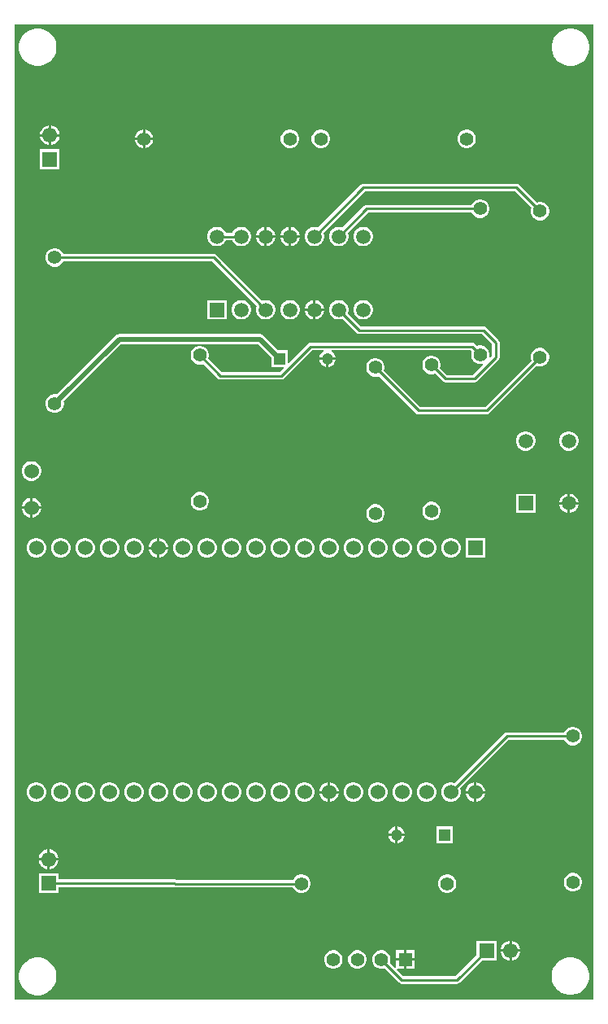
<source format=gbr>
G04*
G04 #@! TF.GenerationSoftware,Altium Limited,Altium Designer,24.1.2 (44)*
G04*
G04 Layer_Physical_Order=2*
G04 Layer_Color=16711680*
%FSLAX44Y44*%
%MOMM*%
G71*
G04*
G04 #@! TF.SameCoordinates,DC8CE985-C91A-4BCA-97F7-030060148ACE*
G04*
G04*
G04 #@! TF.FilePolarity,Positive*
G04*
G01*
G75*
%ADD14C,0.2540*%
%ADD15R,1.4000X1.4000*%
%ADD16C,1.4000*%
%ADD20C,1.5500*%
%ADD21R,1.5500X1.5500*%
%ADD22R,1.5500X1.5500*%
%ADD26C,1.2000*%
%ADD27R,1.2000X1.2000*%
%ADD28C,0.5080*%
%ADD29R,1.5300X1.5300*%
%ADD30C,1.5300*%
%ADD31C,1.4080*%
%ADD32R,1.5000X1.5000*%
%ADD33C,1.5000*%
%ADD34C,1.5240*%
G36*
X929640Y255270D02*
X326390D01*
Y1270000D01*
X929640D01*
Y255270D01*
D02*
G37*
%LPC*%
G36*
X907434Y1265410D02*
X903586D01*
X899810Y1264659D01*
X896254Y1263186D01*
X893054Y1261048D01*
X890332Y1258326D01*
X888194Y1255126D01*
X886721Y1251570D01*
X885970Y1247794D01*
Y1243945D01*
X886721Y1240170D01*
X888194Y1236614D01*
X890332Y1233414D01*
X893054Y1230692D01*
X896254Y1228554D01*
X899810Y1227081D01*
X903586Y1226330D01*
X907434D01*
X911210Y1227081D01*
X914766Y1228554D01*
X917966Y1230692D01*
X920688Y1233414D01*
X922826Y1236614D01*
X924299Y1240170D01*
X925050Y1243945D01*
Y1247794D01*
X924299Y1251570D01*
X922826Y1255126D01*
X920688Y1258326D01*
X917966Y1261048D01*
X914766Y1263186D01*
X911210Y1264659D01*
X907434Y1265410D01*
D02*
G37*
G36*
X352444D02*
X348596D01*
X344820Y1264659D01*
X341264Y1263186D01*
X338064Y1261048D01*
X335342Y1258326D01*
X333204Y1255126D01*
X331731Y1251570D01*
X330980Y1247794D01*
Y1243945D01*
X331731Y1240170D01*
X333204Y1236614D01*
X335342Y1233414D01*
X338064Y1230692D01*
X341264Y1228554D01*
X344820Y1227081D01*
X348596Y1226330D01*
X352444D01*
X356220Y1227081D01*
X359776Y1228554D01*
X362976Y1230692D01*
X365698Y1233414D01*
X367836Y1236614D01*
X369309Y1240170D01*
X370060Y1243945D01*
Y1247794D01*
X369309Y1251570D01*
X367836Y1255126D01*
X365698Y1258326D01*
X362976Y1261048D01*
X359776Y1263186D01*
X356220Y1264659D01*
X352444Y1265410D01*
D02*
G37*
G36*
X364575Y1164720D02*
X364490D01*
Y1155700D01*
X373510D01*
Y1155785D01*
X372809Y1158402D01*
X371454Y1160748D01*
X369538Y1162664D01*
X367192Y1164019D01*
X364575Y1164720D01*
D02*
G37*
G36*
X361950D02*
X361865D01*
X359248Y1164019D01*
X356902Y1162664D01*
X354986Y1160748D01*
X353631Y1158402D01*
X352930Y1155785D01*
Y1155700D01*
X361950D01*
Y1164720D01*
D02*
G37*
G36*
X462480Y1160198D02*
Y1151890D01*
X470788D01*
X470137Y1154318D01*
X468876Y1156502D01*
X467092Y1158286D01*
X464908Y1159547D01*
X462480Y1160198D01*
D02*
G37*
G36*
X459940D02*
X457512Y1159547D01*
X455328Y1158286D01*
X453544Y1156502D01*
X452283Y1154318D01*
X451632Y1151890D01*
X459940D01*
Y1160198D01*
D02*
G37*
G36*
X373510Y1153160D02*
X364490D01*
Y1144140D01*
X364575D01*
X367192Y1144841D01*
X369538Y1146196D01*
X371454Y1148112D01*
X372809Y1150458D01*
X373510Y1153075D01*
Y1153160D01*
D02*
G37*
G36*
X361950D02*
X352930D01*
Y1153075D01*
X353631Y1150458D01*
X354986Y1148112D01*
X356902Y1146196D01*
X359248Y1144841D01*
X361865Y1144140D01*
X361950D01*
Y1153160D01*
D02*
G37*
G36*
X470788Y1149350D02*
X462480D01*
Y1141042D01*
X464908Y1141693D01*
X467092Y1142954D01*
X468876Y1144738D01*
X470137Y1146922D01*
X470788Y1149350D01*
D02*
G37*
G36*
X459940D02*
X451632D01*
X452283Y1146922D01*
X453544Y1144738D01*
X455328Y1142954D01*
X457512Y1141693D01*
X459940Y1141042D01*
Y1149350D01*
D02*
G37*
G36*
X798621Y1160200D02*
X796099D01*
X793662Y1159547D01*
X791478Y1158286D01*
X789694Y1156502D01*
X788433Y1154318D01*
X787780Y1151881D01*
Y1149359D01*
X788433Y1146922D01*
X789694Y1144738D01*
X791478Y1142954D01*
X793662Y1141693D01*
X796099Y1141040D01*
X798621D01*
X801058Y1141693D01*
X803242Y1142954D01*
X805026Y1144738D01*
X806287Y1146922D01*
X806940Y1149359D01*
Y1151881D01*
X806287Y1154318D01*
X805026Y1156502D01*
X803242Y1158286D01*
X801058Y1159547D01*
X798621Y1160200D01*
D02*
G37*
G36*
X646621D02*
X644099D01*
X641662Y1159547D01*
X639478Y1158286D01*
X637694Y1156502D01*
X636433Y1154318D01*
X635780Y1151881D01*
Y1149359D01*
X636433Y1146922D01*
X637694Y1144738D01*
X639478Y1142954D01*
X641662Y1141693D01*
X644099Y1141040D01*
X646621D01*
X649058Y1141693D01*
X651242Y1142954D01*
X653026Y1144738D01*
X654287Y1146922D01*
X654940Y1149359D01*
Y1151881D01*
X654287Y1154318D01*
X653026Y1156502D01*
X651242Y1158286D01*
X649058Y1159547D01*
X646621Y1160200D01*
D02*
G37*
G36*
X614471D02*
X611949D01*
X609512Y1159547D01*
X607328Y1158286D01*
X605544Y1156502D01*
X604283Y1154318D01*
X603630Y1151881D01*
Y1149359D01*
X604283Y1146922D01*
X605544Y1144738D01*
X607328Y1142954D01*
X609512Y1141693D01*
X611949Y1141040D01*
X614471D01*
X616908Y1141693D01*
X619092Y1142954D01*
X620876Y1144738D01*
X622137Y1146922D01*
X622790Y1149359D01*
Y1151881D01*
X622137Y1154318D01*
X620876Y1156502D01*
X619092Y1158286D01*
X616908Y1159547D01*
X614471Y1160200D01*
D02*
G37*
G36*
X373510Y1139720D02*
X352930D01*
Y1119140D01*
X373510D01*
Y1139720D01*
D02*
G37*
G36*
X812791Y1087610D02*
X810269D01*
X807832Y1086957D01*
X805648Y1085696D01*
X803864Y1083912D01*
X802711Y1081915D01*
X693220D01*
X691733Y1081619D01*
X690473Y1080777D01*
X668075Y1058379D01*
X665532Y1059060D01*
X662888D01*
X660335Y1058376D01*
X658045Y1057054D01*
X656176Y1055185D01*
X654854Y1052895D01*
X654170Y1050342D01*
Y1047698D01*
X654854Y1045145D01*
X656176Y1042855D01*
X658045Y1040986D01*
X660335Y1039664D01*
X662888Y1038980D01*
X665532D01*
X668085Y1039664D01*
X670375Y1040986D01*
X672244Y1042855D01*
X673566Y1045145D01*
X674250Y1047698D01*
Y1050342D01*
X673569Y1052885D01*
X694829Y1074145D01*
X802711D01*
X803864Y1072148D01*
X805648Y1070364D01*
X807832Y1069103D01*
X810269Y1068450D01*
X812791D01*
X815228Y1069103D01*
X817412Y1070364D01*
X819196Y1072148D01*
X820457Y1074332D01*
X821110Y1076769D01*
Y1079291D01*
X820457Y1081728D01*
X819196Y1083912D01*
X817412Y1085696D01*
X815228Y1086957D01*
X812791Y1087610D01*
D02*
G37*
G36*
X849176Y1103959D02*
X689864D01*
X688377Y1103663D01*
X687117Y1102821D01*
X642675Y1058379D01*
X640132Y1059060D01*
X637488D01*
X634935Y1058376D01*
X632645Y1057054D01*
X630776Y1055185D01*
X629454Y1052895D01*
X628770Y1050342D01*
Y1047698D01*
X629454Y1045145D01*
X630776Y1042855D01*
X632645Y1040986D01*
X634935Y1039664D01*
X637488Y1038980D01*
X640132D01*
X642685Y1039664D01*
X644975Y1040986D01*
X646844Y1042855D01*
X648166Y1045145D01*
X648850Y1047698D01*
Y1050342D01*
X648169Y1052885D01*
X691473Y1096189D01*
X847567D01*
X864777Y1078979D01*
X864180Y1076751D01*
Y1074229D01*
X864833Y1071792D01*
X866094Y1069608D01*
X867878Y1067824D01*
X870062Y1066563D01*
X872499Y1065910D01*
X875021D01*
X877458Y1066563D01*
X879642Y1067824D01*
X881426Y1069608D01*
X882687Y1071792D01*
X883340Y1074229D01*
Y1076751D01*
X882687Y1079188D01*
X881426Y1081372D01*
X879642Y1083156D01*
X877458Y1084417D01*
X875021Y1085070D01*
X872499D01*
X870271Y1084473D01*
X851923Y1102821D01*
X850662Y1103663D01*
X849176Y1103959D01*
D02*
G37*
G36*
X563932Y1059060D02*
X561288D01*
X558735Y1058376D01*
X556445Y1057054D01*
X554576Y1055185D01*
X553260Y1052905D01*
X546560D01*
X545244Y1055185D01*
X543375Y1057054D01*
X541085Y1058376D01*
X538532Y1059060D01*
X535888D01*
X533335Y1058376D01*
X531045Y1057054D01*
X529176Y1055185D01*
X527854Y1052895D01*
X527170Y1050342D01*
Y1047698D01*
X527854Y1045145D01*
X529176Y1042855D01*
X531045Y1040986D01*
X533335Y1039664D01*
X535888Y1038980D01*
X538532D01*
X541085Y1039664D01*
X543375Y1040986D01*
X545244Y1042855D01*
X546560Y1045135D01*
X553260D01*
X554576Y1042855D01*
X556445Y1040986D01*
X558735Y1039664D01*
X561288Y1038980D01*
X563932D01*
X566485Y1039664D01*
X568775Y1040986D01*
X570644Y1042855D01*
X571966Y1045145D01*
X572650Y1047698D01*
Y1050342D01*
X571966Y1052895D01*
X570644Y1055185D01*
X568775Y1057054D01*
X566485Y1058376D01*
X563932Y1059060D01*
D02*
G37*
G36*
X614732D02*
X614680D01*
Y1050290D01*
X623450D01*
Y1050342D01*
X622766Y1052895D01*
X621444Y1055185D01*
X619575Y1057054D01*
X617285Y1058376D01*
X614732Y1059060D01*
D02*
G37*
G36*
X589332D02*
X589280D01*
Y1050290D01*
X598050D01*
Y1050342D01*
X597366Y1052895D01*
X596044Y1055185D01*
X594175Y1057054D01*
X591885Y1058376D01*
X589332Y1059060D01*
D02*
G37*
G36*
X612140D02*
X612088D01*
X609535Y1058376D01*
X607245Y1057054D01*
X605376Y1055185D01*
X604054Y1052895D01*
X603370Y1050342D01*
Y1050290D01*
X612140D01*
Y1059060D01*
D02*
G37*
G36*
X586740D02*
X586688D01*
X584135Y1058376D01*
X581845Y1057054D01*
X579976Y1055185D01*
X578654Y1052895D01*
X577970Y1050342D01*
Y1050290D01*
X586740D01*
Y1059060D01*
D02*
G37*
G36*
X690932D02*
X688288D01*
X685735Y1058376D01*
X683445Y1057054D01*
X681576Y1055185D01*
X680254Y1052895D01*
X679570Y1050342D01*
Y1047698D01*
X680254Y1045145D01*
X681576Y1042855D01*
X683445Y1040986D01*
X685735Y1039664D01*
X688288Y1038980D01*
X690932D01*
X693485Y1039664D01*
X695775Y1040986D01*
X697644Y1042855D01*
X698966Y1045145D01*
X699650Y1047698D01*
Y1050342D01*
X698966Y1052895D01*
X697644Y1055185D01*
X695775Y1057054D01*
X693485Y1058376D01*
X690932Y1059060D01*
D02*
G37*
G36*
X623450Y1047750D02*
X614680D01*
Y1038980D01*
X614732D01*
X617285Y1039664D01*
X619575Y1040986D01*
X621444Y1042855D01*
X622766Y1045145D01*
X623450Y1047698D01*
Y1047750D01*
D02*
G37*
G36*
X612140D02*
X603370D01*
Y1047698D01*
X604054Y1045145D01*
X605376Y1042855D01*
X607245Y1040986D01*
X609535Y1039664D01*
X612088Y1038980D01*
X612140D01*
Y1047750D01*
D02*
G37*
G36*
X598050D02*
X589280D01*
Y1038980D01*
X589332D01*
X591885Y1039664D01*
X594175Y1040986D01*
X596044Y1042855D01*
X597366Y1045145D01*
X598050Y1047698D01*
Y1047750D01*
D02*
G37*
G36*
X586740D02*
X577970D01*
Y1047698D01*
X578654Y1045145D01*
X579976Y1042855D01*
X581845Y1040986D01*
X584135Y1039664D01*
X586688Y1038980D01*
X586740D01*
Y1047750D01*
D02*
G37*
G36*
X640132Y982860D02*
X640080D01*
Y974090D01*
X648850D01*
Y974142D01*
X648166Y976695D01*
X646844Y978985D01*
X644975Y980854D01*
X642685Y982176D01*
X640132Y982860D01*
D02*
G37*
G36*
X637540D02*
X637488D01*
X634935Y982176D01*
X632645Y980854D01*
X630776Y978985D01*
X629454Y976695D01*
X628770Y974142D01*
Y974090D01*
X637540D01*
Y982860D01*
D02*
G37*
G36*
X690932D02*
X688288D01*
X685735Y982176D01*
X683445Y980854D01*
X681576Y978985D01*
X680254Y976695D01*
X679570Y974142D01*
Y971498D01*
X680254Y968945D01*
X681576Y966655D01*
X683445Y964786D01*
X685735Y963464D01*
X688288Y962780D01*
X690932D01*
X693485Y963464D01*
X695775Y964786D01*
X697644Y966655D01*
X698966Y968945D01*
X699650Y971498D01*
Y974142D01*
X698966Y976695D01*
X697644Y978985D01*
X695775Y980854D01*
X693485Y982176D01*
X690932Y982860D01*
D02*
G37*
G36*
X648850Y971550D02*
X640080D01*
Y962780D01*
X640132D01*
X642685Y963464D01*
X644975Y964786D01*
X646844Y966655D01*
X648166Y968945D01*
X648850Y971498D01*
Y971550D01*
D02*
G37*
G36*
X637540D02*
X628770D01*
Y971498D01*
X629454Y968945D01*
X630776Y966655D01*
X632645Y964786D01*
X634935Y963464D01*
X637488Y962780D01*
X637540D01*
Y971550D01*
D02*
G37*
G36*
X614732Y982860D02*
X612088D01*
X609535Y982176D01*
X607245Y980854D01*
X605376Y978985D01*
X604054Y976695D01*
X603370Y974142D01*
Y971498D01*
X604054Y968945D01*
X605376Y966655D01*
X607245Y964786D01*
X609535Y963464D01*
X612088Y962780D01*
X614732D01*
X617285Y963464D01*
X619575Y964786D01*
X621444Y966655D01*
X622766Y968945D01*
X623450Y971498D01*
Y974142D01*
X622766Y976695D01*
X621444Y978985D01*
X619575Y980854D01*
X617285Y982176D01*
X614732Y982860D01*
D02*
G37*
G36*
X369561Y1036810D02*
X367039D01*
X364602Y1036157D01*
X362418Y1034896D01*
X360634Y1033112D01*
X359373Y1030928D01*
X358720Y1028491D01*
Y1025969D01*
X359373Y1023532D01*
X360634Y1021348D01*
X362418Y1019564D01*
X364602Y1018303D01*
X367039Y1017650D01*
X369561D01*
X371998Y1018303D01*
X374182Y1019564D01*
X375966Y1021348D01*
X377119Y1023345D01*
X531991D01*
X578651Y976685D01*
X577970Y974142D01*
Y971498D01*
X578654Y968945D01*
X579976Y966655D01*
X581845Y964786D01*
X584135Y963464D01*
X586688Y962780D01*
X589332D01*
X591885Y963464D01*
X594175Y964786D01*
X596044Y966655D01*
X597366Y968945D01*
X598050Y971498D01*
Y974142D01*
X597366Y976695D01*
X596044Y978985D01*
X594175Y980854D01*
X591885Y982176D01*
X589332Y982860D01*
X586688D01*
X584145Y982179D01*
X536347Y1029977D01*
X535087Y1030819D01*
X533600Y1031115D01*
X377119D01*
X375966Y1033112D01*
X374182Y1034896D01*
X371998Y1036157D01*
X369561Y1036810D01*
D02*
G37*
G36*
X563932Y982860D02*
X561288D01*
X558735Y982176D01*
X556445Y980854D01*
X554576Y978985D01*
X553254Y976695D01*
X552570Y974142D01*
Y971498D01*
X553254Y968945D01*
X554576Y966655D01*
X556445Y964786D01*
X558735Y963464D01*
X561288Y962780D01*
X563932D01*
X566485Y963464D01*
X568775Y964786D01*
X570644Y966655D01*
X571966Y968945D01*
X572650Y971498D01*
Y974142D01*
X571966Y976695D01*
X570644Y978985D01*
X568775Y980854D01*
X566485Y982176D01*
X563932Y982860D01*
D02*
G37*
G36*
X547250D02*
X527170D01*
Y962780D01*
X547250D01*
Y982860D01*
D02*
G37*
G36*
X665532D02*
X662888D01*
X660335Y982176D01*
X658045Y980854D01*
X656176Y978985D01*
X654854Y976695D01*
X654170Y974142D01*
Y971498D01*
X654854Y968945D01*
X656176Y966655D01*
X658045Y964786D01*
X660335Y963464D01*
X662888Y962780D01*
X665532D01*
X668075Y963461D01*
X682799Y948737D01*
X684059Y947895D01*
X685546Y947599D01*
X813223D01*
X823901Y936921D01*
Y924899D01*
X821932Y922930D01*
X820793Y923587D01*
X821110Y924769D01*
Y927291D01*
X820457Y929728D01*
X819196Y931912D01*
X817412Y933696D01*
X815228Y934957D01*
X812791Y935610D01*
X810269D01*
X808041Y935013D01*
X805587Y937467D01*
X804327Y938309D01*
X802840Y938605D01*
X635000D01*
X633513Y938309D01*
X632253Y937467D01*
X612093Y917307D01*
X610920Y917793D01*
Y930560D01*
X601165D01*
X585722Y946003D01*
X584042Y947125D01*
X582060Y947520D01*
X435410D01*
X433428Y947125D01*
X431747Y946003D01*
X370345Y884600D01*
X369561Y884810D01*
X367039D01*
X364602Y884157D01*
X362418Y882896D01*
X360634Y881112D01*
X359373Y878928D01*
X358720Y876491D01*
Y873969D01*
X359373Y871532D01*
X360634Y869348D01*
X362418Y867564D01*
X364602Y866303D01*
X367039Y865650D01*
X369561D01*
X371998Y866303D01*
X374182Y867564D01*
X375966Y869348D01*
X377227Y871532D01*
X377880Y873969D01*
Y876491D01*
X377670Y877275D01*
X437555Y937160D01*
X579914D01*
X593840Y923235D01*
Y913480D01*
X606607D01*
X607093Y912307D01*
X602911Y908125D01*
X542429D01*
X528413Y922141D01*
X529010Y924369D01*
Y926891D01*
X528357Y929328D01*
X527096Y931512D01*
X525312Y933296D01*
X523128Y934557D01*
X520691Y935210D01*
X518169D01*
X515732Y934557D01*
X513548Y933296D01*
X511764Y931512D01*
X510503Y929328D01*
X509850Y926891D01*
Y924369D01*
X510503Y921932D01*
X511764Y919748D01*
X513548Y917964D01*
X515732Y916703D01*
X518169Y916050D01*
X520691D01*
X522919Y916647D01*
X538073Y901493D01*
X539333Y900651D01*
X540820Y900355D01*
X604520D01*
X606007Y900651D01*
X607267Y901493D01*
X636609Y930835D01*
X648029D01*
X648369Y929565D01*
X647137Y928854D01*
X645546Y927264D01*
X644422Y925316D01*
X643879Y923290D01*
X660881D01*
X660338Y925316D01*
X659214Y927264D01*
X657624Y928854D01*
X656391Y929565D01*
X656732Y930835D01*
X801231D01*
X802547Y929519D01*
X801950Y927291D01*
Y924769D01*
X802603Y922332D01*
X803864Y920148D01*
X805648Y918364D01*
X807832Y917103D01*
X810269Y916450D01*
X812791D01*
X813973Y916767D01*
X814631Y915628D01*
X804002Y904999D01*
X776694D01*
X769713Y911981D01*
X770310Y914209D01*
Y916731D01*
X769657Y919168D01*
X768396Y921352D01*
X766612Y923136D01*
X764428Y924397D01*
X761991Y925050D01*
X759469D01*
X757032Y924397D01*
X754848Y923136D01*
X753064Y921352D01*
X751803Y919168D01*
X751150Y916731D01*
Y914209D01*
X751803Y911772D01*
X753064Y909588D01*
X754848Y907804D01*
X757032Y906543D01*
X759469Y905890D01*
X761991D01*
X764219Y906487D01*
X772338Y898368D01*
X773598Y897526D01*
X775085Y897230D01*
X805611D01*
X807097Y897526D01*
X808358Y898368D01*
X830533Y920543D01*
X831375Y921803D01*
X831671Y923290D01*
Y938530D01*
X831375Y940017D01*
X830533Y941277D01*
X817579Y954231D01*
X816319Y955073D01*
X814832Y955369D01*
X687155D01*
X673569Y968955D01*
X674250Y971498D01*
Y974142D01*
X673566Y976695D01*
X672244Y978985D01*
X670375Y980854D01*
X668085Y982176D01*
X665532Y982860D01*
D02*
G37*
G36*
X660881Y920750D02*
X653650D01*
Y913519D01*
X655676Y914062D01*
X657624Y915186D01*
X659214Y916776D01*
X660338Y918724D01*
X660881Y920750D01*
D02*
G37*
G36*
X651110D02*
X643879D01*
X644422Y918724D01*
X645546Y916776D01*
X647137Y915186D01*
X649084Y914062D01*
X651110Y913519D01*
Y920750D01*
D02*
G37*
G36*
X875021Y933070D02*
X872499D01*
X870062Y932417D01*
X867878Y931156D01*
X866094Y929372D01*
X864833Y927188D01*
X864180Y924751D01*
Y922229D01*
X864777Y920001D01*
X816579Y871803D01*
X748931D01*
X711293Y909441D01*
X711890Y911669D01*
Y914191D01*
X711237Y916628D01*
X709976Y918812D01*
X708192Y920596D01*
X706008Y921857D01*
X703571Y922510D01*
X701049D01*
X698612Y921857D01*
X696428Y920596D01*
X694644Y918812D01*
X693383Y916628D01*
X692730Y914191D01*
Y911669D01*
X693383Y909232D01*
X694644Y907048D01*
X696428Y905264D01*
X698612Y904003D01*
X701049Y903350D01*
X703571D01*
X705799Y903947D01*
X744575Y865171D01*
X745835Y864329D01*
X747322Y864033D01*
X818188D01*
X819674Y864329D01*
X820935Y865171D01*
X870271Y914507D01*
X872499Y913910D01*
X875021D01*
X877458Y914563D01*
X879642Y915824D01*
X881426Y917608D01*
X882687Y919792D01*
X883340Y922229D01*
Y924751D01*
X882687Y927188D01*
X881426Y929372D01*
X879642Y931156D01*
X877458Y932417D01*
X875021Y933070D01*
D02*
G37*
G36*
X905202Y846450D02*
X902558D01*
X900005Y845766D01*
X897715Y844444D01*
X895846Y842574D01*
X894524Y840285D01*
X893840Y837732D01*
Y835088D01*
X894524Y832534D01*
X895846Y830245D01*
X897715Y828376D01*
X900005Y827054D01*
X902558Y826370D01*
X905202D01*
X907755Y827054D01*
X910044Y828376D01*
X911914Y830245D01*
X913236Y832534D01*
X913920Y835088D01*
Y837732D01*
X913236Y840285D01*
X911914Y842574D01*
X910044Y844444D01*
X907755Y845766D01*
X905202Y846450D01*
D02*
G37*
G36*
X860202D02*
X857558D01*
X855005Y845766D01*
X852716Y844444D01*
X850846Y842574D01*
X849524Y840285D01*
X848840Y837732D01*
Y835088D01*
X849524Y832534D01*
X850846Y830245D01*
X852716Y828376D01*
X855005Y827054D01*
X857558Y826370D01*
X860202D01*
X862756Y827054D01*
X865045Y828376D01*
X866914Y830245D01*
X868236Y832534D01*
X868920Y835088D01*
Y837732D01*
X868236Y840285D01*
X866914Y842574D01*
X865045Y844444D01*
X862756Y845766D01*
X860202Y846450D01*
D02*
G37*
G36*
X345508Y815340D02*
X342832D01*
X340248Y814648D01*
X337932Y813310D01*
X336040Y811418D01*
X334702Y809102D01*
X334010Y806518D01*
Y803842D01*
X334702Y801258D01*
X336040Y798942D01*
X337932Y797050D01*
X340248Y795712D01*
X342832Y795020D01*
X345508D01*
X348092Y795712D01*
X350408Y797050D01*
X352300Y798942D01*
X353638Y801258D01*
X354330Y803842D01*
Y806518D01*
X353638Y809102D01*
X352300Y811418D01*
X350408Y813310D01*
X348092Y814648D01*
X345508Y815340D01*
D02*
G37*
G36*
X905202Y781450D02*
X905150D01*
Y772680D01*
X913920D01*
Y772732D01*
X913236Y775285D01*
X911914Y777575D01*
X910044Y779444D01*
X907755Y780766D01*
X905202Y781450D01*
D02*
G37*
G36*
X902610D02*
X902558D01*
X900005Y780766D01*
X897715Y779444D01*
X895846Y777575D01*
X894524Y775285D01*
X893840Y772732D01*
Y772680D01*
X902610D01*
Y781450D01*
D02*
G37*
G36*
X345508Y777240D02*
X345440D01*
Y768350D01*
X354330D01*
Y768418D01*
X353638Y771002D01*
X352300Y773318D01*
X350408Y775210D01*
X348092Y776548D01*
X345508Y777240D01*
D02*
G37*
G36*
X342900D02*
X342832D01*
X340248Y776548D01*
X337932Y775210D01*
X336040Y773318D01*
X334702Y771002D01*
X334010Y768418D01*
Y768350D01*
X342900D01*
Y777240D01*
D02*
G37*
G36*
X520691Y783210D02*
X518169D01*
X515732Y782557D01*
X513548Y781296D01*
X511764Y779512D01*
X510503Y777328D01*
X509850Y774891D01*
Y772369D01*
X510503Y769932D01*
X511764Y767748D01*
X513548Y765964D01*
X515732Y764703D01*
X518169Y764050D01*
X520691D01*
X523128Y764703D01*
X525312Y765964D01*
X527096Y767748D01*
X528357Y769932D01*
X529010Y772369D01*
Y774891D01*
X528357Y777328D01*
X527096Y779512D01*
X525312Y781296D01*
X523128Y782557D01*
X520691Y783210D01*
D02*
G37*
G36*
X913920Y770140D02*
X905150D01*
Y761370D01*
X905202D01*
X907755Y762054D01*
X910044Y763376D01*
X911914Y765246D01*
X913236Y767535D01*
X913920Y770088D01*
Y770140D01*
D02*
G37*
G36*
X902610D02*
X893840D01*
Y770088D01*
X894524Y767535D01*
X895846Y765246D01*
X897715Y763376D01*
X900005Y762054D01*
X902558Y761370D01*
X902610D01*
Y770140D01*
D02*
G37*
G36*
X868920Y781450D02*
X848840D01*
Y761370D01*
X868920D01*
Y781450D01*
D02*
G37*
G36*
X354330Y765810D02*
X345440D01*
Y756920D01*
X345508D01*
X348092Y757612D01*
X350408Y758950D01*
X352300Y760842D01*
X353638Y763158D01*
X354330Y765742D01*
Y765810D01*
D02*
G37*
G36*
X342900D02*
X334010D01*
Y765742D01*
X334702Y763158D01*
X336040Y760842D01*
X337932Y758950D01*
X340248Y757612D01*
X342832Y756920D01*
X342900D01*
Y765810D01*
D02*
G37*
G36*
X761991Y773050D02*
X759469D01*
X757032Y772397D01*
X754848Y771136D01*
X753064Y769352D01*
X751803Y767168D01*
X751150Y764731D01*
Y762209D01*
X751803Y759772D01*
X753064Y757588D01*
X754848Y755804D01*
X757032Y754543D01*
X759469Y753890D01*
X761991D01*
X764428Y754543D01*
X766612Y755804D01*
X768396Y757588D01*
X769657Y759772D01*
X770310Y762209D01*
Y764731D01*
X769657Y767168D01*
X768396Y769352D01*
X766612Y771136D01*
X764428Y772397D01*
X761991Y773050D01*
D02*
G37*
G36*
X703571Y770510D02*
X701049D01*
X698612Y769857D01*
X696428Y768596D01*
X694644Y766812D01*
X693383Y764628D01*
X692730Y762191D01*
Y759669D01*
X693383Y757232D01*
X694644Y755048D01*
X696428Y753264D01*
X698612Y752003D01*
X701049Y751350D01*
X703571D01*
X706008Y752003D01*
X708192Y753264D01*
X709976Y755048D01*
X711237Y757232D01*
X711890Y759669D01*
Y762191D01*
X711237Y764628D01*
X709976Y766812D01*
X708192Y768596D01*
X706008Y769857D01*
X703571Y770510D01*
D02*
G37*
G36*
X477592Y735360D02*
X477520D01*
Y726440D01*
X486440D01*
Y726512D01*
X485746Y729103D01*
X484404Y731427D01*
X482507Y733324D01*
X480183Y734666D01*
X477592Y735360D01*
D02*
G37*
G36*
X474980D02*
X474908D01*
X472317Y734666D01*
X469993Y733324D01*
X468096Y731427D01*
X466754Y729103D01*
X466060Y726512D01*
Y726440D01*
X474980D01*
Y735360D01*
D02*
G37*
G36*
X816640D02*
X796260D01*
Y714980D01*
X816640D01*
Y735360D01*
D02*
G37*
G36*
X782392D02*
X779708D01*
X777117Y734666D01*
X774793Y733324D01*
X772896Y731427D01*
X771554Y729103D01*
X770860Y726512D01*
Y723828D01*
X771554Y721237D01*
X772896Y718913D01*
X774793Y717016D01*
X777117Y715674D01*
X779708Y714980D01*
X782392D01*
X784983Y715674D01*
X787307Y717016D01*
X789204Y718913D01*
X790546Y721237D01*
X791240Y723828D01*
Y726512D01*
X790546Y729103D01*
X789204Y731427D01*
X787307Y733324D01*
X784983Y734666D01*
X782392Y735360D01*
D02*
G37*
G36*
X756992D02*
X754308D01*
X751717Y734666D01*
X749393Y733324D01*
X747496Y731427D01*
X746154Y729103D01*
X745460Y726512D01*
Y723828D01*
X746154Y721237D01*
X747496Y718913D01*
X749393Y717016D01*
X751717Y715674D01*
X754308Y714980D01*
X756992D01*
X759583Y715674D01*
X761907Y717016D01*
X763804Y718913D01*
X765146Y721237D01*
X765840Y723828D01*
Y726512D01*
X765146Y729103D01*
X763804Y731427D01*
X761907Y733324D01*
X759583Y734666D01*
X756992Y735360D01*
D02*
G37*
G36*
X731592D02*
X728908D01*
X726317Y734666D01*
X723993Y733324D01*
X722096Y731427D01*
X720754Y729103D01*
X720060Y726512D01*
Y723828D01*
X720754Y721237D01*
X722096Y718913D01*
X723993Y717016D01*
X726317Y715674D01*
X728908Y714980D01*
X731592D01*
X734183Y715674D01*
X736507Y717016D01*
X738404Y718913D01*
X739746Y721237D01*
X740440Y723828D01*
Y726512D01*
X739746Y729103D01*
X738404Y731427D01*
X736507Y733324D01*
X734183Y734666D01*
X731592Y735360D01*
D02*
G37*
G36*
X706192D02*
X703508D01*
X700917Y734666D01*
X698593Y733324D01*
X696696Y731427D01*
X695354Y729103D01*
X694660Y726512D01*
Y723828D01*
X695354Y721237D01*
X696696Y718913D01*
X698593Y717016D01*
X700917Y715674D01*
X703508Y714980D01*
X706192D01*
X708783Y715674D01*
X711107Y717016D01*
X713004Y718913D01*
X714346Y721237D01*
X715040Y723828D01*
Y726512D01*
X714346Y729103D01*
X713004Y731427D01*
X711107Y733324D01*
X708783Y734666D01*
X706192Y735360D01*
D02*
G37*
G36*
X680792D02*
X678108D01*
X675517Y734666D01*
X673193Y733324D01*
X671296Y731427D01*
X669954Y729103D01*
X669260Y726512D01*
Y723828D01*
X669954Y721237D01*
X671296Y718913D01*
X673193Y717016D01*
X675517Y715674D01*
X678108Y714980D01*
X680792D01*
X683383Y715674D01*
X685707Y717016D01*
X687604Y718913D01*
X688946Y721237D01*
X689640Y723828D01*
Y726512D01*
X688946Y729103D01*
X687604Y731427D01*
X685707Y733324D01*
X683383Y734666D01*
X680792Y735360D01*
D02*
G37*
G36*
X655392D02*
X652708D01*
X650117Y734666D01*
X647793Y733324D01*
X645896Y731427D01*
X644554Y729103D01*
X643860Y726512D01*
Y723828D01*
X644554Y721237D01*
X645896Y718913D01*
X647793Y717016D01*
X650117Y715674D01*
X652708Y714980D01*
X655392D01*
X657983Y715674D01*
X660307Y717016D01*
X662204Y718913D01*
X663546Y721237D01*
X664240Y723828D01*
Y726512D01*
X663546Y729103D01*
X662204Y731427D01*
X660307Y733324D01*
X657983Y734666D01*
X655392Y735360D01*
D02*
G37*
G36*
X629992D02*
X627308D01*
X624717Y734666D01*
X622393Y733324D01*
X620496Y731427D01*
X619154Y729103D01*
X618460Y726512D01*
Y723828D01*
X619154Y721237D01*
X620496Y718913D01*
X622393Y717016D01*
X624717Y715674D01*
X627308Y714980D01*
X629992D01*
X632583Y715674D01*
X634907Y717016D01*
X636804Y718913D01*
X638146Y721237D01*
X638840Y723828D01*
Y726512D01*
X638146Y729103D01*
X636804Y731427D01*
X634907Y733324D01*
X632583Y734666D01*
X629992Y735360D01*
D02*
G37*
G36*
X604592D02*
X601908D01*
X599317Y734666D01*
X596993Y733324D01*
X595096Y731427D01*
X593754Y729103D01*
X593060Y726512D01*
Y723828D01*
X593754Y721237D01*
X595096Y718913D01*
X596993Y717016D01*
X599317Y715674D01*
X601908Y714980D01*
X604592D01*
X607183Y715674D01*
X609507Y717016D01*
X611404Y718913D01*
X612746Y721237D01*
X613440Y723828D01*
Y726512D01*
X612746Y729103D01*
X611404Y731427D01*
X609507Y733324D01*
X607183Y734666D01*
X604592Y735360D01*
D02*
G37*
G36*
X579192D02*
X576508D01*
X573917Y734666D01*
X571593Y733324D01*
X569696Y731427D01*
X568354Y729103D01*
X567660Y726512D01*
Y723828D01*
X568354Y721237D01*
X569696Y718913D01*
X571593Y717016D01*
X573917Y715674D01*
X576508Y714980D01*
X579192D01*
X581783Y715674D01*
X584107Y717016D01*
X586004Y718913D01*
X587346Y721237D01*
X588040Y723828D01*
Y726512D01*
X587346Y729103D01*
X586004Y731427D01*
X584107Y733324D01*
X581783Y734666D01*
X579192Y735360D01*
D02*
G37*
G36*
X553792D02*
X551108D01*
X548517Y734666D01*
X546193Y733324D01*
X544296Y731427D01*
X542954Y729103D01*
X542260Y726512D01*
Y723828D01*
X542954Y721237D01*
X544296Y718913D01*
X546193Y717016D01*
X548517Y715674D01*
X551108Y714980D01*
X553792D01*
X556383Y715674D01*
X558707Y717016D01*
X560604Y718913D01*
X561946Y721237D01*
X562640Y723828D01*
Y726512D01*
X561946Y729103D01*
X560604Y731427D01*
X558707Y733324D01*
X556383Y734666D01*
X553792Y735360D01*
D02*
G37*
G36*
X528392D02*
X525708D01*
X523117Y734666D01*
X520793Y733324D01*
X518896Y731427D01*
X517554Y729103D01*
X516860Y726512D01*
Y723828D01*
X517554Y721237D01*
X518896Y718913D01*
X520793Y717016D01*
X523117Y715674D01*
X525708Y714980D01*
X528392D01*
X530983Y715674D01*
X533307Y717016D01*
X535204Y718913D01*
X536546Y721237D01*
X537240Y723828D01*
Y726512D01*
X536546Y729103D01*
X535204Y731427D01*
X533307Y733324D01*
X530983Y734666D01*
X528392Y735360D01*
D02*
G37*
G36*
X502992D02*
X500308D01*
X497717Y734666D01*
X495393Y733324D01*
X493496Y731427D01*
X492154Y729103D01*
X491460Y726512D01*
Y723828D01*
X492154Y721237D01*
X493496Y718913D01*
X495393Y717016D01*
X497717Y715674D01*
X500308Y714980D01*
X502992D01*
X505583Y715674D01*
X507907Y717016D01*
X509804Y718913D01*
X511146Y721237D01*
X511840Y723828D01*
Y726512D01*
X511146Y729103D01*
X509804Y731427D01*
X507907Y733324D01*
X505583Y734666D01*
X502992Y735360D01*
D02*
G37*
G36*
X486440Y723900D02*
X477520D01*
Y714980D01*
X477592D01*
X480183Y715674D01*
X482507Y717016D01*
X484404Y718913D01*
X485746Y721237D01*
X486440Y723828D01*
Y723900D01*
D02*
G37*
G36*
X474980D02*
X466060D01*
Y723828D01*
X466754Y721237D01*
X468096Y718913D01*
X469993Y717016D01*
X472317Y715674D01*
X474908Y714980D01*
X474980D01*
Y723900D01*
D02*
G37*
G36*
X452192Y735360D02*
X449508D01*
X446917Y734666D01*
X444593Y733324D01*
X442696Y731427D01*
X441354Y729103D01*
X440660Y726512D01*
Y723828D01*
X441354Y721237D01*
X442696Y718913D01*
X444593Y717016D01*
X446917Y715674D01*
X449508Y714980D01*
X452192D01*
X454783Y715674D01*
X457107Y717016D01*
X459004Y718913D01*
X460346Y721237D01*
X461040Y723828D01*
Y726512D01*
X460346Y729103D01*
X459004Y731427D01*
X457107Y733324D01*
X454783Y734666D01*
X452192Y735360D01*
D02*
G37*
G36*
X426792D02*
X424108D01*
X421517Y734666D01*
X419193Y733324D01*
X417296Y731427D01*
X415954Y729103D01*
X415260Y726512D01*
Y723828D01*
X415954Y721237D01*
X417296Y718913D01*
X419193Y717016D01*
X421517Y715674D01*
X424108Y714980D01*
X426792D01*
X429383Y715674D01*
X431707Y717016D01*
X433604Y718913D01*
X434946Y721237D01*
X435640Y723828D01*
Y726512D01*
X434946Y729103D01*
X433604Y731427D01*
X431707Y733324D01*
X429383Y734666D01*
X426792Y735360D01*
D02*
G37*
G36*
X401392D02*
X398708D01*
X396117Y734666D01*
X393793Y733324D01*
X391896Y731427D01*
X390554Y729103D01*
X389860Y726512D01*
Y723828D01*
X390554Y721237D01*
X391896Y718913D01*
X393793Y717016D01*
X396117Y715674D01*
X398708Y714980D01*
X401392D01*
X403983Y715674D01*
X406307Y717016D01*
X408204Y718913D01*
X409546Y721237D01*
X410240Y723828D01*
Y726512D01*
X409546Y729103D01*
X408204Y731427D01*
X406307Y733324D01*
X403983Y734666D01*
X401392Y735360D01*
D02*
G37*
G36*
X375992D02*
X373308D01*
X370717Y734666D01*
X368393Y733324D01*
X366496Y731427D01*
X365154Y729103D01*
X364460Y726512D01*
Y723828D01*
X365154Y721237D01*
X366496Y718913D01*
X368393Y717016D01*
X370717Y715674D01*
X373308Y714980D01*
X375992D01*
X378583Y715674D01*
X380907Y717016D01*
X382804Y718913D01*
X384146Y721237D01*
X384840Y723828D01*
Y726512D01*
X384146Y729103D01*
X382804Y731427D01*
X380907Y733324D01*
X378583Y734666D01*
X375992Y735360D01*
D02*
G37*
G36*
X350592D02*
X347908D01*
X345317Y734666D01*
X342993Y733324D01*
X341096Y731427D01*
X339754Y729103D01*
X339060Y726512D01*
Y723828D01*
X339754Y721237D01*
X341096Y718913D01*
X342993Y717016D01*
X345317Y715674D01*
X347908Y714980D01*
X350592D01*
X353183Y715674D01*
X355507Y717016D01*
X357404Y718913D01*
X358746Y721237D01*
X359440Y723828D01*
Y726512D01*
X358746Y729103D01*
X357404Y731427D01*
X355507Y733324D01*
X353183Y734666D01*
X350592Y735360D01*
D02*
G37*
G36*
X909311Y538970D02*
X906789D01*
X904352Y538317D01*
X902168Y537056D01*
X900384Y535272D01*
X899231Y533274D01*
X839270D01*
X837783Y532979D01*
X836523Y532137D01*
X785027Y480640D01*
X784983Y480666D01*
X782392Y481360D01*
X779708D01*
X777117Y480666D01*
X774793Y479324D01*
X772896Y477427D01*
X771554Y475103D01*
X770860Y472512D01*
Y469828D01*
X771554Y467237D01*
X772896Y464913D01*
X774793Y463016D01*
X777117Y461674D01*
X779708Y460980D01*
X782392D01*
X784983Y461674D01*
X787307Y463016D01*
X789204Y464913D01*
X790546Y467237D01*
X791240Y469828D01*
Y472512D01*
X790546Y475103D01*
X790520Y475147D01*
X840879Y525505D01*
X899231D01*
X900384Y523508D01*
X902168Y521724D01*
X904352Y520463D01*
X906789Y519810D01*
X909311D01*
X911748Y520463D01*
X913932Y521724D01*
X915716Y523508D01*
X916977Y525692D01*
X917630Y528129D01*
Y530651D01*
X916977Y533088D01*
X915716Y535272D01*
X913932Y537056D01*
X911748Y538317D01*
X909311Y538970D01*
D02*
G37*
G36*
X807792Y481360D02*
X807720D01*
Y472440D01*
X816640D01*
Y472512D01*
X815946Y475103D01*
X814604Y477427D01*
X812707Y479324D01*
X810383Y480666D01*
X807792Y481360D01*
D02*
G37*
G36*
X655392D02*
X655320D01*
Y472440D01*
X664240D01*
Y472512D01*
X663546Y475103D01*
X662204Y477427D01*
X660307Y479324D01*
X657983Y480666D01*
X655392Y481360D01*
D02*
G37*
G36*
X805180D02*
X805108D01*
X802517Y480666D01*
X800193Y479324D01*
X798296Y477427D01*
X796954Y475103D01*
X796260Y472512D01*
Y472440D01*
X805180D01*
Y481360D01*
D02*
G37*
G36*
X652780D02*
X652708D01*
X650117Y480666D01*
X647793Y479324D01*
X645896Y477427D01*
X644554Y475103D01*
X643860Y472512D01*
Y472440D01*
X652780D01*
Y481360D01*
D02*
G37*
G36*
X816640Y469900D02*
X807720D01*
Y460980D01*
X807792D01*
X810383Y461674D01*
X812707Y463016D01*
X814604Y464913D01*
X815946Y467237D01*
X816640Y469828D01*
Y469900D01*
D02*
G37*
G36*
X805180D02*
X796260D01*
Y469828D01*
X796954Y467237D01*
X798296Y464913D01*
X800193Y463016D01*
X802517Y461674D01*
X805108Y460980D01*
X805180D01*
Y469900D01*
D02*
G37*
G36*
X756992Y481360D02*
X754308D01*
X751717Y480666D01*
X749393Y479324D01*
X747496Y477427D01*
X746154Y475103D01*
X745460Y472512D01*
Y469828D01*
X746154Y467237D01*
X747496Y464913D01*
X749393Y463016D01*
X751717Y461674D01*
X754308Y460980D01*
X756992D01*
X759583Y461674D01*
X761907Y463016D01*
X763804Y464913D01*
X765146Y467237D01*
X765840Y469828D01*
Y472512D01*
X765146Y475103D01*
X763804Y477427D01*
X761907Y479324D01*
X759583Y480666D01*
X756992Y481360D01*
D02*
G37*
G36*
X731592D02*
X728908D01*
X726317Y480666D01*
X723993Y479324D01*
X722096Y477427D01*
X720754Y475103D01*
X720060Y472512D01*
Y469828D01*
X720754Y467237D01*
X722096Y464913D01*
X723993Y463016D01*
X726317Y461674D01*
X728908Y460980D01*
X731592D01*
X734183Y461674D01*
X736507Y463016D01*
X738404Y464913D01*
X739746Y467237D01*
X740440Y469828D01*
Y472512D01*
X739746Y475103D01*
X738404Y477427D01*
X736507Y479324D01*
X734183Y480666D01*
X731592Y481360D01*
D02*
G37*
G36*
X706192D02*
X703508D01*
X700917Y480666D01*
X698593Y479324D01*
X696696Y477427D01*
X695354Y475103D01*
X694660Y472512D01*
Y469828D01*
X695354Y467237D01*
X696696Y464913D01*
X698593Y463016D01*
X700917Y461674D01*
X703508Y460980D01*
X706192D01*
X708783Y461674D01*
X711107Y463016D01*
X713004Y464913D01*
X714346Y467237D01*
X715040Y469828D01*
Y472512D01*
X714346Y475103D01*
X713004Y477427D01*
X711107Y479324D01*
X708783Y480666D01*
X706192Y481360D01*
D02*
G37*
G36*
X680792D02*
X678108D01*
X675517Y480666D01*
X673193Y479324D01*
X671296Y477427D01*
X669954Y475103D01*
X669260Y472512D01*
Y469828D01*
X669954Y467237D01*
X671296Y464913D01*
X673193Y463016D01*
X675517Y461674D01*
X678108Y460980D01*
X680792D01*
X683383Y461674D01*
X685707Y463016D01*
X687604Y464913D01*
X688946Y467237D01*
X689640Y469828D01*
Y472512D01*
X688946Y475103D01*
X687604Y477427D01*
X685707Y479324D01*
X683383Y480666D01*
X680792Y481360D01*
D02*
G37*
G36*
X664240Y469900D02*
X655320D01*
Y460980D01*
X655392D01*
X657983Y461674D01*
X660307Y463016D01*
X662204Y464913D01*
X663546Y467237D01*
X664240Y469828D01*
Y469900D01*
D02*
G37*
G36*
X652780D02*
X643860D01*
Y469828D01*
X644554Y467237D01*
X645896Y464913D01*
X647793Y463016D01*
X650117Y461674D01*
X652708Y460980D01*
X652780D01*
Y469900D01*
D02*
G37*
G36*
X629992Y481360D02*
X627308D01*
X624717Y480666D01*
X622393Y479324D01*
X620496Y477427D01*
X619154Y475103D01*
X618460Y472512D01*
Y469828D01*
X619154Y467237D01*
X620496Y464913D01*
X622393Y463016D01*
X624717Y461674D01*
X627308Y460980D01*
X629992D01*
X632583Y461674D01*
X634907Y463016D01*
X636804Y464913D01*
X638146Y467237D01*
X638840Y469828D01*
Y472512D01*
X638146Y475103D01*
X636804Y477427D01*
X634907Y479324D01*
X632583Y480666D01*
X629992Y481360D01*
D02*
G37*
G36*
X604592D02*
X601908D01*
X599317Y480666D01*
X596993Y479324D01*
X595096Y477427D01*
X593754Y475103D01*
X593060Y472512D01*
Y469828D01*
X593754Y467237D01*
X595096Y464913D01*
X596993Y463016D01*
X599317Y461674D01*
X601908Y460980D01*
X604592D01*
X607183Y461674D01*
X609507Y463016D01*
X611404Y464913D01*
X612746Y467237D01*
X613440Y469828D01*
Y472512D01*
X612746Y475103D01*
X611404Y477427D01*
X609507Y479324D01*
X607183Y480666D01*
X604592Y481360D01*
D02*
G37*
G36*
X579192D02*
X576508D01*
X573917Y480666D01*
X571593Y479324D01*
X569696Y477427D01*
X568354Y475103D01*
X567660Y472512D01*
Y469828D01*
X568354Y467237D01*
X569696Y464913D01*
X571593Y463016D01*
X573917Y461674D01*
X576508Y460980D01*
X579192D01*
X581783Y461674D01*
X584107Y463016D01*
X586004Y464913D01*
X587346Y467237D01*
X588040Y469828D01*
Y472512D01*
X587346Y475103D01*
X586004Y477427D01*
X584107Y479324D01*
X581783Y480666D01*
X579192Y481360D01*
D02*
G37*
G36*
X553792D02*
X551108D01*
X548517Y480666D01*
X546193Y479324D01*
X544296Y477427D01*
X542954Y475103D01*
X542260Y472512D01*
Y469828D01*
X542954Y467237D01*
X544296Y464913D01*
X546193Y463016D01*
X548517Y461674D01*
X551108Y460980D01*
X553792D01*
X556383Y461674D01*
X558707Y463016D01*
X560604Y464913D01*
X561946Y467237D01*
X562640Y469828D01*
Y472512D01*
X561946Y475103D01*
X560604Y477427D01*
X558707Y479324D01*
X556383Y480666D01*
X553792Y481360D01*
D02*
G37*
G36*
X528392D02*
X525708D01*
X523117Y480666D01*
X520793Y479324D01*
X518896Y477427D01*
X517554Y475103D01*
X516860Y472512D01*
Y469828D01*
X517554Y467237D01*
X518896Y464913D01*
X520793Y463016D01*
X523117Y461674D01*
X525708Y460980D01*
X528392D01*
X530983Y461674D01*
X533307Y463016D01*
X535204Y464913D01*
X536546Y467237D01*
X537240Y469828D01*
Y472512D01*
X536546Y475103D01*
X535204Y477427D01*
X533307Y479324D01*
X530983Y480666D01*
X528392Y481360D01*
D02*
G37*
G36*
X502992D02*
X500308D01*
X497717Y480666D01*
X495393Y479324D01*
X493496Y477427D01*
X492154Y475103D01*
X491460Y472512D01*
Y469828D01*
X492154Y467237D01*
X493496Y464913D01*
X495393Y463016D01*
X497717Y461674D01*
X500308Y460980D01*
X502992D01*
X505583Y461674D01*
X507907Y463016D01*
X509804Y464913D01*
X511146Y467237D01*
X511840Y469828D01*
Y472512D01*
X511146Y475103D01*
X509804Y477427D01*
X507907Y479324D01*
X505583Y480666D01*
X502992Y481360D01*
D02*
G37*
G36*
X477592D02*
X474908D01*
X472317Y480666D01*
X469993Y479324D01*
X468096Y477427D01*
X466754Y475103D01*
X466060Y472512D01*
Y469828D01*
X466754Y467237D01*
X468096Y464913D01*
X469993Y463016D01*
X472317Y461674D01*
X474908Y460980D01*
X477592D01*
X480183Y461674D01*
X482507Y463016D01*
X484404Y464913D01*
X485746Y467237D01*
X486440Y469828D01*
Y472512D01*
X485746Y475103D01*
X484404Y477427D01*
X482507Y479324D01*
X480183Y480666D01*
X477592Y481360D01*
D02*
G37*
G36*
X452192D02*
X449508D01*
X446917Y480666D01*
X444593Y479324D01*
X442696Y477427D01*
X441354Y475103D01*
X440660Y472512D01*
Y469828D01*
X441354Y467237D01*
X442696Y464913D01*
X444593Y463016D01*
X446917Y461674D01*
X449508Y460980D01*
X452192D01*
X454783Y461674D01*
X457107Y463016D01*
X459004Y464913D01*
X460346Y467237D01*
X461040Y469828D01*
Y472512D01*
X460346Y475103D01*
X459004Y477427D01*
X457107Y479324D01*
X454783Y480666D01*
X452192Y481360D01*
D02*
G37*
G36*
X426792D02*
X424108D01*
X421517Y480666D01*
X419193Y479324D01*
X417296Y477427D01*
X415954Y475103D01*
X415260Y472512D01*
Y469828D01*
X415954Y467237D01*
X417296Y464913D01*
X419193Y463016D01*
X421517Y461674D01*
X424108Y460980D01*
X426792D01*
X429383Y461674D01*
X431707Y463016D01*
X433604Y464913D01*
X434946Y467237D01*
X435640Y469828D01*
Y472512D01*
X434946Y475103D01*
X433604Y477427D01*
X431707Y479324D01*
X429383Y480666D01*
X426792Y481360D01*
D02*
G37*
G36*
X401392D02*
X398708D01*
X396117Y480666D01*
X393793Y479324D01*
X391896Y477427D01*
X390554Y475103D01*
X389860Y472512D01*
Y469828D01*
X390554Y467237D01*
X391896Y464913D01*
X393793Y463016D01*
X396117Y461674D01*
X398708Y460980D01*
X401392D01*
X403983Y461674D01*
X406307Y463016D01*
X408204Y464913D01*
X409546Y467237D01*
X410240Y469828D01*
Y472512D01*
X409546Y475103D01*
X408204Y477427D01*
X406307Y479324D01*
X403983Y480666D01*
X401392Y481360D01*
D02*
G37*
G36*
X375992D02*
X373308D01*
X370717Y480666D01*
X368393Y479324D01*
X366496Y477427D01*
X365154Y475103D01*
X364460Y472512D01*
Y469828D01*
X365154Y467237D01*
X366496Y464913D01*
X368393Y463016D01*
X370717Y461674D01*
X373308Y460980D01*
X375992D01*
X378583Y461674D01*
X380907Y463016D01*
X382804Y464913D01*
X384146Y467237D01*
X384840Y469828D01*
Y472512D01*
X384146Y475103D01*
X382804Y477427D01*
X380907Y479324D01*
X378583Y480666D01*
X375992Y481360D01*
D02*
G37*
G36*
X350592D02*
X347908D01*
X345317Y480666D01*
X342993Y479324D01*
X341096Y477427D01*
X339754Y475103D01*
X339060Y472512D01*
Y469828D01*
X339754Y467237D01*
X341096Y464913D01*
X342993Y463016D01*
X345317Y461674D01*
X347908Y460980D01*
X350592D01*
X353183Y461674D01*
X355507Y463016D01*
X357404Y464913D01*
X358746Y467237D01*
X359440Y469828D01*
Y472512D01*
X358746Y475103D01*
X357404Y477427D01*
X355507Y479324D01*
X353183Y480666D01*
X350592Y481360D01*
D02*
G37*
G36*
X725570Y435221D02*
Y427990D01*
X732801D01*
X732258Y430016D01*
X731133Y431964D01*
X729544Y433554D01*
X727596Y434678D01*
X725570Y435221D01*
D02*
G37*
G36*
X723030D02*
X721003Y434678D01*
X719056Y433554D01*
X717466Y431964D01*
X716342Y430016D01*
X715799Y427990D01*
X723030D01*
Y435221D01*
D02*
G37*
G36*
X732801Y425450D02*
X725570D01*
Y418219D01*
X727596Y418762D01*
X729544Y419886D01*
X731133Y421476D01*
X732258Y423424D01*
X732801Y425450D01*
D02*
G37*
G36*
X723030D02*
X715799D01*
X716342Y423424D01*
X717466Y421476D01*
X719056Y419886D01*
X721003Y418762D01*
X723030Y418219D01*
Y425450D01*
D02*
G37*
G36*
X782840Y435260D02*
X765760D01*
Y418180D01*
X782840D01*
Y435260D01*
D02*
G37*
G36*
X363305Y411610D02*
X363220D01*
Y402590D01*
X372240D01*
Y402675D01*
X371539Y405292D01*
X370184Y407638D01*
X368268Y409554D01*
X365922Y410909D01*
X363305Y411610D01*
D02*
G37*
G36*
X360680D02*
X360595D01*
X357978Y410909D01*
X355632Y409554D01*
X353716Y407638D01*
X352361Y405292D01*
X351660Y402675D01*
Y402590D01*
X360680D01*
Y411610D01*
D02*
G37*
G36*
X372240Y400050D02*
X363220D01*
Y391030D01*
X363305D01*
X365922Y391731D01*
X368268Y393086D01*
X370184Y395002D01*
X371539Y397348D01*
X372240Y399965D01*
Y400050D01*
D02*
G37*
G36*
X360680D02*
X351660D01*
Y399965D01*
X352361Y397348D01*
X353716Y395002D01*
X355632Y393086D01*
X357978Y391731D01*
X360595Y391030D01*
X360680D01*
Y400050D01*
D02*
G37*
G36*
X909311Y386970D02*
X906789D01*
X904352Y386317D01*
X902168Y385056D01*
X900384Y383272D01*
X899123Y381088D01*
X898470Y378651D01*
Y376129D01*
X899123Y373692D01*
X900384Y371508D01*
X902168Y369724D01*
X904352Y368463D01*
X906789Y367810D01*
X909311D01*
X911748Y368463D01*
X913932Y369724D01*
X915716Y371508D01*
X916977Y373692D01*
X917630Y376129D01*
Y378651D01*
X916977Y381088D01*
X915716Y383272D01*
X913932Y385056D01*
X911748Y386317D01*
X909311Y386970D01*
D02*
G37*
G36*
X778301Y385500D02*
X775779D01*
X773342Y384847D01*
X771158Y383586D01*
X769374Y381802D01*
X768113Y379618D01*
X767460Y377181D01*
Y374659D01*
X768113Y372222D01*
X769374Y370038D01*
X771158Y368254D01*
X773342Y366993D01*
X775779Y366340D01*
X778301D01*
X780738Y366993D01*
X782922Y368254D01*
X784706Y370038D01*
X785967Y372222D01*
X786620Y374659D01*
Y377181D01*
X785967Y379618D01*
X784706Y381802D01*
X782922Y383586D01*
X780738Y384847D01*
X778301Y385500D01*
D02*
G37*
G36*
X372240Y386610D02*
X351660D01*
Y366030D01*
X372240D01*
Y372435D01*
X492025D01*
X492181Y372331D01*
X493668Y372035D01*
X616221D01*
X617374Y370038D01*
X619158Y368254D01*
X621342Y366993D01*
X623779Y366340D01*
X626301D01*
X628738Y366993D01*
X630922Y368254D01*
X632706Y370038D01*
X633967Y372222D01*
X634620Y374659D01*
Y377181D01*
X633967Y379618D01*
X632706Y381802D01*
X630922Y383586D01*
X628738Y384847D01*
X626301Y385500D01*
X623779D01*
X621342Y384847D01*
X619158Y383586D01*
X617374Y381802D01*
X616221Y379805D01*
X494910D01*
X494755Y379909D01*
X493268Y380204D01*
X372240D01*
Y386610D01*
D02*
G37*
G36*
X844435Y316530D02*
X844350D01*
Y307510D01*
X853370D01*
Y307595D01*
X852669Y310212D01*
X851314Y312558D01*
X849398Y314474D01*
X847052Y315829D01*
X844435Y316530D01*
D02*
G37*
G36*
X841810D02*
X841725D01*
X839108Y315829D01*
X836762Y314474D01*
X834846Y312558D01*
X833491Y310212D01*
X832790Y307595D01*
Y307510D01*
X841810D01*
Y316530D01*
D02*
G37*
G36*
X743000Y306550D02*
X734730D01*
Y298280D01*
X743000D01*
Y306550D01*
D02*
G37*
G36*
X732190D02*
X723920D01*
Y298280D01*
X732190D01*
Y306550D01*
D02*
G37*
G36*
X853370Y304970D02*
X844350D01*
Y295950D01*
X844435D01*
X847052Y296651D01*
X849398Y298006D01*
X851314Y299922D01*
X852669Y302268D01*
X853370Y304886D01*
Y304970D01*
D02*
G37*
G36*
X841810D02*
X832790D01*
Y304886D01*
X833491Y302268D01*
X834846Y299922D01*
X836762Y298006D01*
X839108Y296651D01*
X841725Y295950D01*
X841810D01*
Y304970D01*
D02*
G37*
G36*
X743000Y295740D02*
X734730D01*
Y287470D01*
X743000D01*
Y295740D01*
D02*
G37*
G36*
X684716Y306550D02*
X682204D01*
X679778Y305900D01*
X677602Y304644D01*
X675826Y302868D01*
X674570Y300692D01*
X673920Y298266D01*
Y295754D01*
X674570Y293328D01*
X675826Y291152D01*
X677602Y289376D01*
X679778Y288120D01*
X682204Y287470D01*
X684716D01*
X687142Y288120D01*
X689318Y289376D01*
X691094Y291152D01*
X692350Y293328D01*
X693000Y295754D01*
Y298266D01*
X692350Y300692D01*
X691094Y302868D01*
X689318Y304644D01*
X687142Y305900D01*
X684716Y306550D01*
D02*
G37*
G36*
X659716D02*
X657204D01*
X654778Y305900D01*
X652602Y304644D01*
X650826Y302868D01*
X649570Y300692D01*
X648920Y298266D01*
Y295754D01*
X649570Y293328D01*
X650826Y291152D01*
X652602Y289376D01*
X654778Y288120D01*
X657204Y287470D01*
X659716D01*
X662142Y288120D01*
X664318Y289376D01*
X666094Y291152D01*
X667350Y293328D01*
X668000Y295754D01*
Y298266D01*
X667350Y300692D01*
X666094Y302868D01*
X664318Y304644D01*
X662142Y305900D01*
X659716Y306550D01*
D02*
G37*
G36*
X828370Y316530D02*
X807790D01*
Y301444D01*
X785821Y279475D01*
X731489D01*
X724763Y286200D01*
X725290Y287470D01*
X732190D01*
Y295740D01*
X723920D01*
Y288839D01*
X722650Y288313D01*
X717410Y293553D01*
X718000Y295754D01*
Y298266D01*
X717350Y300692D01*
X716094Y302868D01*
X714317Y304644D01*
X712142Y305900D01*
X709716Y306550D01*
X707204D01*
X704778Y305900D01*
X702602Y304644D01*
X700826Y302868D01*
X699570Y300692D01*
X698920Y298266D01*
Y295754D01*
X699570Y293328D01*
X700826Y291152D01*
X702602Y289376D01*
X704778Y288120D01*
X707204Y287470D01*
X709716D01*
X711917Y288060D01*
X727133Y272843D01*
X728393Y272001D01*
X729880Y271705D01*
X787430D01*
X788917Y272001D01*
X790177Y272843D01*
X813284Y295950D01*
X828370D01*
Y316530D01*
D02*
G37*
G36*
X907282Y299172D02*
X903433D01*
X899658Y298421D01*
X896102Y296949D01*
X892902Y294810D01*
X890180Y292088D01*
X888041Y288888D01*
X886568Y285332D01*
X885817Y281557D01*
Y277708D01*
X886568Y273933D01*
X888041Y270377D01*
X890180Y267176D01*
X892902Y264455D01*
X896102Y262316D01*
X899658Y260843D01*
X903433Y260092D01*
X907282D01*
X911057Y260843D01*
X914613Y262316D01*
X917813Y264455D01*
X920535Y267176D01*
X922674Y270377D01*
X924147Y273933D01*
X924898Y277708D01*
Y281557D01*
X924147Y285332D01*
X922674Y288888D01*
X920535Y292088D01*
X917813Y294810D01*
X914613Y296949D01*
X911057Y298421D01*
X907282Y299172D01*
D02*
G37*
G36*
X352444Y298940D02*
X348596D01*
X344820Y298189D01*
X341264Y296716D01*
X338064Y294578D01*
X335342Y291856D01*
X333204Y288656D01*
X331731Y285100D01*
X330980Y281325D01*
Y277475D01*
X331731Y273700D01*
X333204Y270144D01*
X335342Y266944D01*
X338064Y264222D01*
X341264Y262084D01*
X344820Y260611D01*
X348596Y259860D01*
X352444D01*
X356220Y260611D01*
X359776Y262084D01*
X362976Y264222D01*
X365698Y266944D01*
X367836Y270144D01*
X369309Y273700D01*
X370060Y277475D01*
Y281325D01*
X369309Y285100D01*
X367836Y288656D01*
X365698Y291856D01*
X362976Y294578D01*
X359776Y296716D01*
X356220Y298189D01*
X352444Y298940D01*
D02*
G37*
%LPD*%
D14*
X787430Y275590D02*
X818080Y306240D01*
X729880Y275590D02*
X787430D01*
X708460Y297010D02*
X729880Y275590D01*
X361950Y376320D02*
X493268D01*
X493668Y375920D01*
X625040D01*
X368300Y1027230D02*
X533600D01*
X588010Y972820D01*
X519430Y925630D02*
X540820Y904240D01*
X604520D01*
X635000Y934720D01*
X802840D01*
X811530Y926030D01*
X664210Y1049020D02*
X693220Y1078030D01*
X811530D01*
X702310Y912930D02*
X747322Y867918D01*
X818188D01*
X873760Y923490D01*
X638810Y1049020D02*
X689864Y1100074D01*
X849176D01*
X873760Y1075490D01*
X760730Y915470D02*
X775085Y901115D01*
X805611D01*
X827786Y923290D01*
Y938530D01*
X814832Y951484D02*
X827786Y938530D01*
X685546Y951484D02*
X814832D01*
X664210Y972820D02*
X685546Y951484D01*
X537210Y1049020D02*
X562610D01*
X781050Y471170D02*
X839270Y529390D01*
X908050D01*
D15*
X733460Y297010D02*
D03*
D16*
X708460D02*
D03*
X683460D02*
D03*
X658460D02*
D03*
D20*
X843080Y306240D02*
D03*
X363220Y1154430D02*
D03*
X361950Y401320D02*
D03*
D21*
X818080Y306240D02*
D03*
D22*
X363220Y1129430D02*
D03*
X361950Y376320D02*
D03*
D26*
X652380Y922020D02*
D03*
X724300Y426720D02*
D03*
D27*
X602380Y922020D02*
D03*
X774300Y426720D02*
D03*
D28*
X368300Y875230D02*
X435410Y942340D01*
X582060D01*
X602380Y922020D01*
D29*
X806450Y725170D02*
D03*
D30*
X781050D02*
D03*
X755650D02*
D03*
X730250D02*
D03*
X704850D02*
D03*
X679450D02*
D03*
X654050D02*
D03*
X628650D02*
D03*
X603250D02*
D03*
X577850D02*
D03*
X552450D02*
D03*
X527050D02*
D03*
X501650D02*
D03*
X476250D02*
D03*
X450850D02*
D03*
X425450D02*
D03*
X400050D02*
D03*
X374650D02*
D03*
X349250D02*
D03*
Y471170D02*
D03*
X374650D02*
D03*
X400050D02*
D03*
X425450D02*
D03*
X450850D02*
D03*
X476250D02*
D03*
X501650D02*
D03*
X527050D02*
D03*
X552450D02*
D03*
X577850D02*
D03*
X603250D02*
D03*
X628650D02*
D03*
X654050D02*
D03*
X679450D02*
D03*
X704850D02*
D03*
X730250D02*
D03*
X755650D02*
D03*
X781050D02*
D03*
X806450D02*
D03*
D31*
X908050Y529390D02*
D03*
Y377390D02*
D03*
X625040Y375920D02*
D03*
X777040D02*
D03*
X368300Y875230D02*
D03*
Y1027230D02*
D03*
X811530Y926030D02*
D03*
Y1078030D02*
D03*
X873760Y923490D02*
D03*
Y1075490D02*
D03*
X519430Y773630D02*
D03*
Y925630D02*
D03*
X702310Y760930D02*
D03*
Y912930D02*
D03*
X645360Y1150620D02*
D03*
X797360D02*
D03*
X760730Y915470D02*
D03*
Y763470D02*
D03*
X613210Y1150620D02*
D03*
X461210D02*
D03*
D32*
X858880Y771410D02*
D03*
X537210Y972820D02*
D03*
D33*
X903880Y771410D02*
D03*
Y836410D02*
D03*
X858880D02*
D03*
X689610Y1049020D02*
D03*
X664210D02*
D03*
X638810D02*
D03*
X613410D02*
D03*
X588010D02*
D03*
X562610D02*
D03*
X537210D02*
D03*
X689610Y972820D02*
D03*
X664210D02*
D03*
X638810D02*
D03*
X613410D02*
D03*
X588010D02*
D03*
X562610D02*
D03*
D34*
X344170Y767080D02*
D03*
Y805180D02*
D03*
M02*

</source>
